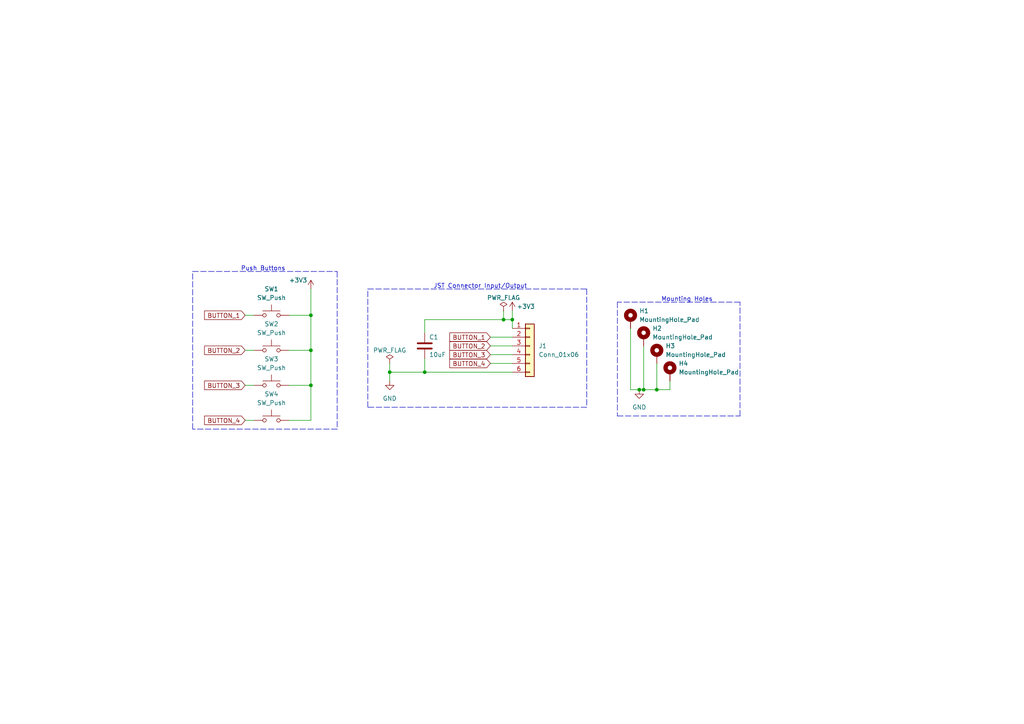
<source format=kicad_sch>
(kicad_sch (version 20211123) (generator eeschema)
  (paper "A4")
  (lib_symbols
    (symbol "Connector_Generic:Conn_01x06" (pin_names (offset 1.016) hide)
      (property "Reference" "J" (at 0 7.62 0))
      (property "Value" "Conn_01x06" (at 0 -10.16 0))
      (symbol "Conn_01x06_1_1"
        (rectangle (start -1.27 -7.493) (end 0 -7.747) (stroke (width 0.1524)))
        (rectangle (start -1.27 -4.953) (end 0 -5.207) (stroke (width 0.1524)))
        (rectangle (start -1.27 -2.413) (end 0 -2.667) (stroke (width 0.1524)))
        (rectangle (start -1.27 0.127) (end 0 -0.127) (stroke (width 0.1524)))
        (rectangle (start -1.27 2.667) (end 0 2.413) (stroke (width 0.1524)))
        (rectangle (start -1.27 5.207) (end 0 4.953) (stroke (width 0.1524)))
        (rectangle (start -1.27 6.35) (end 1.27 -8.89) (stroke (width 0.254)) (fill (type background)))
        (pin passive line (at -5.08 5.08 0) (length 3.81) (name "Pin_1") (number "1"))
        (pin passive line (at -5.08 2.54 0) (length 3.81) (name "Pin_2") (number "2"))
        (pin passive line (at -5.08 0 0) (length 3.81) (name "Pin_3") (number "3"))
        (pin passive line (at -5.08 -2.54 0) (length 3.81) (name "Pin_4") (number "4"))
        (pin passive line (at -5.08 -5.08 0) (length 3.81) (name "Pin_5") (number "5"))
        (pin passive line (at -5.08 -7.62 0) (length 3.81) (name "Pin_6") (number "6"))
      )
    )
    (symbol "Device:C" (pin_numbers hide) (pin_names (offset 0.254))
      (property "Reference" "C" (at 0.635 2.54 0))
      (property "Value" "C" (at 0.635 -2.54 0))
      (symbol "C_0_1"
        (polyline (pts (xy -2.032 -0.762) (xy 2.032 -0.762)) (stroke (width 0.508)))
        (polyline (pts (xy -2.032 0.762) (xy 2.032 0.762)) (stroke (width 0.508)))
      )
      (symbol "C_1_1"
        (pin passive line (at 0 3.81 270) (length 2.794) (name "~") (number "1"))
        (pin passive line (at 0 -3.81 90) (length 2.794) (name "~") (number "2"))
      )
    )
    (symbol "Mechanical:MountingHole_Pad" (pin_numbers hide) (pin_names (offset 1.016) hide)
      (property "Reference" "H" (at 0 6.35 0))
      (property "Value" "MountingHole_Pad" (at 0 4.445 0))
      (symbol "MountingHole_Pad_0_1"
        (circle (center 0 1.27) (radius 1.27) (stroke (width 1.27)))
      )
      (symbol "MountingHole_Pad_1_1"
        (pin input line (at 0 -2.54 90) (length 2.54) (name "1") (number "1"))
      )
    )
    (symbol "Switch:SW_Push" (pin_numbers hide) (pin_names (offset 1.016) hide)
      (property "Reference" "SW" (at 1.27 2.54 0))
      (property "Value" "SW_Push" (at 0 -1.524 0))
      (symbol "SW_Push_0_1"
        (circle (center -2.032 0) (radius 0.508))
        (polyline (pts (xy 0 1.27) (xy 0 3.048)))
        (polyline (pts (xy 2.54 1.27) (xy -2.54 1.27)))
        (circle (center 2.032 0) (radius 0.508))
        (pin passive line (at -5.08 0 0) (length 2.54) (name "1") (number "1"))
        (pin passive line (at 5.08 0 180) (length 2.54) (name "2") (number "2"))
      )
    )
    (symbol "power:+3.3V" (power) (pin_names (offset 0))
      (property "Value" "+3.3V" (at 0 3.556 0))
      (symbol "+3.3V_0_1"
        (polyline (pts (xy -0.762 1.27) (xy 0 2.54)))
        (polyline (pts (xy 0 0) (xy 0 2.54)))
        (polyline (pts (xy 0 2.54) (xy 0.762 1.27)))
      )
      (symbol "+3.3V_1_1"
        (pin power_in line (at 0 0 90) (length 0) hide (name "+3V3") (number "1"))
      )
    )
    (symbol "power:GND" (power) (pin_names (offset 0))
      (property "Value" "GND" (at 0 -3.81 0))
      (symbol "GND_0_1"
        (polyline (pts (xy 0 0) (xy 0 -1.27) (xy 1.27 -1.27) (xy 0 -2.54) (xy -1.27 -1.27) (xy 0 -1.27)))
      )
      (symbol "GND_1_1"
        (pin power_in line (at 0 0 270) (length 0) hide (name "GND") (number "1"))
      )
    )
    (symbol "power:PWR_FLAG" (power) (pin_numbers hide) (pin_names (offset 0) hide)
      (property "Value" "PWR_FLAG" (at 0 3.81 0))
      (symbol "PWR_FLAG_0_0"
        (pin power_out line (at 0 0 90) (length 0) (name "pwr") (number "1"))
      )
      (symbol "PWR_FLAG_0_1"
        (polyline (pts (xy 0 0) (xy 0 1.27) (xy -1.016 1.905) (xy 0 2.54) (xy 1.016 1.905) (xy 0 1.27)))
      )
    )
  )
  (junction (at 190.5 113.03))
  (junction (at 186.69 113.03))
  (junction (at 90.17 91.44))
  (junction (at 90.17 111.76))
  (junction (at 123.19 107.95))
  (junction (at 148.59 92.71))
  (junction (at 185.42 113.03))
  (junction (at 90.17 101.6))
  (junction (at 146.05 92.71))
  (junction (at 113.03 107.95))
  (wire (pts (xy 83.82 101.6) (xy 90.17 101.6)))
  (wire (pts (xy 146.05 90.17) (xy 146.05 92.71)))
  (wire (pts (xy 123.19 107.95) (xy 113.03 107.95)))
  (wire (pts (xy 142.24 102.87) (xy 148.59 102.87)))
  (wire (pts (xy 71.12 101.6) (xy 73.66 101.6)))
  (wire (pts (xy 148.59 92.71) (xy 148.59 95.25)))
  (wire (pts (xy 113.03 105.41) (xy 113.03 107.95)))
  (wire (pts (xy 71.12 111.76) (xy 73.66 111.76)))
  (wire (pts (xy 90.17 91.44) (xy 90.17 83.82)))
  (wire (pts (xy 123.19 107.95) (xy 148.59 107.95)))
  (wire (pts (xy 186.69 100.33) (xy 186.69 113.03)))
  (wire (pts (xy 142.24 105.41) (xy 148.59 105.41)))
  (polyline (pts (xy 179.07 120.65) (xy 214.63 120.65)))
  (wire (pts (xy 71.12 91.44) (xy 73.66 91.44)))
  (wire (pts (xy 83.82 111.76) (xy 90.17 111.76)))
  (wire (pts (xy 71.12 121.92) (xy 73.66 121.92)))
  (polyline (pts (xy 106.68 118.11) (xy 106.68 83.82)))
  (wire (pts (xy 113.03 107.95) (xy 113.03 110.49)))
  (wire (pts (xy 148.59 90.17) (xy 148.59 92.71)))
  (polyline (pts (xy 214.63 120.65) (xy 214.63 87.63)))
  (polyline (pts (xy 214.63 87.63) (xy 179.07 87.63)))
  (wire (pts (xy 194.31 110.49) (xy 194.31 113.03)))
  (wire (pts (xy 142.24 100.33) (xy 148.59 100.33)))
  (polyline (pts (xy 55.88 124.46) (xy 55.88 78.74)))
  (wire (pts (xy 123.19 104.14) (xy 123.19 107.95)))
  (wire (pts (xy 190.5 113.03) (xy 186.69 113.03)))
  (polyline (pts (xy 170.18 118.11) (xy 106.68 118.11)))
  (wire (pts (xy 182.88 113.03) (xy 185.42 113.03)))
  (wire (pts (xy 146.05 92.71) (xy 148.59 92.71)))
  (wire (pts (xy 186.69 113.03) (xy 185.42 113.03)))
  (polyline (pts (xy 106.68 83.82) (xy 170.18 83.82)))
  (polyline (pts (xy 97.79 124.46) (xy 55.88 124.46)))
  (wire (pts (xy 142.24 97.79) (xy 148.59 97.79)))
  (wire (pts (xy 123.19 96.52) (xy 123.19 92.71)))
  (wire (pts (xy 123.19 92.71) (xy 146.05 92.71)))
  (wire (pts (xy 90.17 121.92) (xy 90.17 111.76)))
  (polyline (pts (xy 179.07 87.63) (xy 179.07 120.65)))
  (wire (pts (xy 83.82 121.92) (xy 90.17 121.92)))
  (polyline (pts (xy 170.18 83.82) (xy 170.18 118.11)))
  (polyline (pts (xy 97.79 78.74) (xy 97.79 124.46)))
  (wire (pts (xy 90.17 111.76) (xy 90.17 101.6)))
  (wire (pts (xy 190.5 105.41) (xy 190.5 113.03)))
  (wire (pts (xy 83.82 91.44) (xy 90.17 91.44)))
  (wire (pts (xy 194.31 113.03) (xy 190.5 113.03)))
  (polyline (pts (xy 55.88 78.74) (xy 97.79 78.74)))
  (wire (pts (xy 182.88 95.25) (xy 182.88 113.03)))
  (wire (pts (xy 90.17 101.6) (xy 90.17 91.44)))
  (text "Mounting Holes" (at 191.77 87.63 0) (effects (font (size 1.27 1.27)) (justify left bottom)))
  (text "JST Connector Input/Output" (at 125.73 83.82 0) (effects (font (size 1.27 1.27)) (justify left bottom)))
  (text "Push Buttons" (at 69.85 78.74 0) (effects (font (size 1.27 1.27)) (justify left bottom)))
  (global_label "BUTTON_1" (shape input) (at 71.12 91.44 180) (property "Intersheet References" "${INTERSHEET_REFS}" (effects hide)))
  (global_label "BUTTON_1" (shape input) (at 142.24 97.79 180) (property "Intersheet References" "${INTERSHEET_REFS}" (effects hide)))
  (global_label "BUTTON_4" (shape input) (at 142.24 105.41 180) (property "Intersheet References" "${INTERSHEET_REFS}" (effects hide)))
  (global_label "BUTTON_4" (shape input) (at 71.12 121.92 180) (property "Intersheet References" "${INTERSHEET_REFS}" (effects hide)))
  (global_label "BUTTON_3" (shape input) (at 71.12 111.76 180) (property "Intersheet References" "${INTERSHEET_REFS}" (effects hide)))
  (global_label "BUTTON_3" (shape input) (at 142.24 102.87 180) (property "Intersheet References" "${INTERSHEET_REFS}" (effects hide)))
  (global_label "BUTTON_2" (shape input) (at 142.24 100.33 180) (property "Intersheet References" "${INTERSHEET_REFS}" (effects hide)))
  (global_label "BUTTON_2" (shape input) (at 71.12 101.6 180) (property "Intersheet References" "${INTERSHEET_REFS}" (effects hide)))
  (symbol (lib_id "Mechanical:MountingHole_Pad") (at 190.5 102.87 0) (unit 1)
    (property "Reference" "H3" (at 193.04 100.3299 0) (effects (justify left)))
    (property "Value" "MountingHole_Pad" (at 193.04 102.8699 0) (effects (justify left)))
    (property "Footprint" "MountingHole:MountingHole_2.2mm_M2_DIN965_Pad" (effects hide))
  )
  (symbol (lib_id "power:PWR_FLAG") (at 113.03 105.41 0) (unit 1)
    (property "Reference" "#FLG0102" (effects hide))
    (property "Value" "PWR_FLAG" (at 113.03 101.6 0))
  )
  (symbol (lib_id "power:+3.3V") (at 90.17 83.82 0) (unit 1)
    (property "Reference" "#PWR0101" (effects hide))
    (property "Value" "+3.3V" (at 83.82 81.28 0) (effects (justify left)))
  )
  (symbol (lib_id "Device:C") (at 123.19 100.33 0) (unit 1)
    (property "Reference" "C1" (at 124.46 97.79 0) (effects (justify left)))
    (property "Value" "10uF" (at 124.46 102.87 0) (effects (justify left)))
    (property "Footprint" "Capacitor_SMD:C_0805_2012Metric_Pad1.18x1.45mm_HandSolder" (effects hide))
  )
  (symbol (lib_id "Switch:SW_Push") (at 78.74 101.6 0) (unit 1)
    (property "Reference" "SW2" (at 78.74 93.98 0))
    (property "Value" "SW_Push" (at 78.74 96.52 0))
    (property "Footprint" "Button_Switch_SMD:SW_Push_1P1T_NO_6x6mm_H9.5mm" (effects hide))
  )
  (symbol (lib_id "Mechanical:MountingHole_Pad") (at 186.69 97.79 0) (unit 1)
    (property "Reference" "H2" (at 189.23 95.2499 0) (effects (justify left)))
    (property "Value" "MountingHole_Pad" (at 189.23 97.7899 0) (effects (justify left)))
    (property "Footprint" "MountingHole:MountingHole_2.2mm_M2_DIN965_Pad" (effects hide))
  )
  (symbol (lib_id "Switch:SW_Push") (at 78.74 121.92 0) (unit 1)
    (property "Reference" "SW4" (at 78.74 114.3 0))
    (property "Value" "SW_Push" (at 78.74 116.84 0))
    (property "Footprint" "Button_Switch_SMD:SW_Push_1P1T_NO_6x6mm_H9.5mm" (effects hide))
  )
  (symbol (lib_id "Mechanical:MountingHole_Pad") (at 194.31 107.95 0) (unit 1)
    (property "Reference" "H4" (at 196.85 105.4099 0) (effects (justify left)))
    (property "Value" "MountingHole_Pad" (at 196.85 107.9499 0) (effects (justify left)))
    (property "Footprint" "MountingHole:MountingHole_2.2mm_M2_DIN965_Pad" (effects hide))
  )
  (symbol (lib_id "power:PWR_FLAG") (at 146.05 90.17 0) (unit 1)
    (property "Reference" "#FLG0101" (effects hide))
    (property "Value" "PWR_FLAG" (at 146.05 86.36 0))
  )
  (symbol (lib_id "Connector_Generic:Conn_01x06") (at 153.67 100.33 0) (unit 1)
    (property "Reference" "J1" (at 156.21 100.3299 0) (effects (justify left)))
    (property "Value" "Conn_01x06" (at 156.21 102.8699 0) (effects (justify left)))
    (property "Footprint" "Connector_JST:JST_PH_B6B-PH-K_1x06_P2.00mm_Vertical" (effects hide))
  )
  (symbol (lib_id "power:GND") (at 113.03 110.49 0) (unit 1)
    (property "Reference" "#PWR0102" (effects hide))
    (property "Value" "GND" (at 113.03 115.57 0))
  )
  (symbol (lib_id "power:GND") (at 185.42 113.03 0) (unit 1)
    (property "Reference" "#PWR0103" (effects hide))
    (property "Value" "GND" (at 185.42 118.11 0))
  )
  (symbol (lib_id "Mechanical:MountingHole_Pad") (at 182.88 92.71 0) (unit 1)
    (property "Reference" "H1" (at 185.42 90.1699 0) (effects (justify left)))
    (property "Value" "MountingHole_Pad" (at 185.42 92.7099 0) (effects (justify left)))
    (property "Footprint" "MountingHole:MountingHole_2.2mm_M2_DIN965_Pad" (effects hide))
  )
  (symbol (lib_id "Switch:SW_Push") (at 78.74 91.44 0) (unit 1)
    (property "Reference" "SW1" (at 78.74 83.82 0))
    (property "Value" "SW_Push" (at 78.74 86.36 0))
    (property "Footprint" "Button_Switch_SMD:SW_Push_1P1T_NO_6x6mm_H9.5mm" (effects hide))
  )
  (symbol (lib_id "Switch:SW_Push") (at 78.74 111.76 0) (unit 1)
    (property "Reference" "SW3" (at 78.74 104.14 0))
    (property "Value" "SW_Push" (at 78.74 106.68 0))
    (property "Footprint" "Button_Switch_SMD:SW_Push_1P1T_NO_6x6mm_H9.5mm" (effects hide))
  )
  (symbol (lib_id "power:+3.3V") (at 148.59 90.17 0) (unit 1)
    (property "Reference" "#PWR0104" (effects hide))
    (property "Value" "+3.3V" (at 149.86 88.9 0) (effects (justify left)))
  )
)
</source>
